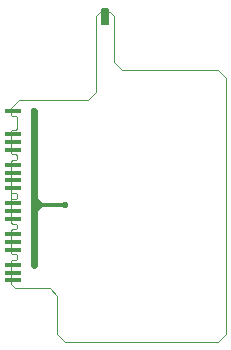
<source format=gbl>
G04 EAGLE Gerber X2 export*
G75*
%MOMM*%
%FSLAX34Y34*%
%LPD*%
%AMOC8*
5,1,8,0,0,1.08239X$1,22.5*%
G01*
%ADD10C,0.000000*%
%ADD11R,1.350000X0.450000*%
%ADD12R,0.450000X1.350000*%
%ADD13C,0.400000*%
%ADD14C,0.450000*%
%ADD15C,0.550000*%
%ADD16C,0.609600*%
%ADD17C,0.304800*%
%ADD18C,0.750000*%
%ADD19C,0.152400*%


D10*
X0Y-36000D02*
X3000Y-39000D01*
X32500Y-39000D01*
X39000Y-45500D01*
X39000Y-78000D01*
X45500Y-84500D01*
X175500Y-84500D01*
X182000Y-78000D01*
X182000Y139000D01*
X175500Y145500D01*
X93500Y145500D01*
X87000Y152000D01*
X87000Y191500D01*
X84000Y194500D01*
X75000Y194500D01*
X72000Y191500D01*
X72000Y127000D01*
X65500Y120500D01*
X7000Y120500D01*
X0Y113500D01*
X0Y107500D01*
X0Y94000D02*
X0Y75000D01*
X1000Y74000D01*
X4000Y74000D01*
X5000Y73000D01*
X5000Y70000D02*
X4000Y69000D01*
X1000Y69000D01*
X0Y68000D01*
X5000Y70000D02*
X5000Y73000D01*
X0Y68000D02*
X0Y42500D01*
X1000Y41500D01*
X4000Y41500D01*
X5000Y40500D01*
X5000Y37500D02*
X4000Y36500D01*
X1000Y36500D01*
X0Y35500D01*
X5000Y37500D02*
X5000Y40500D01*
X0Y42000D02*
X0Y35500D01*
X0Y16500D02*
X1000Y15500D01*
X4000Y15500D01*
X5000Y14500D01*
X5000Y11500D02*
X4000Y10500D01*
X1000Y10500D01*
X0Y9500D01*
X5000Y11500D02*
X5000Y14500D01*
X0Y-16500D02*
X0Y-36000D01*
X0Y-9500D02*
X0Y9500D01*
X0Y16500D02*
X0Y35500D01*
X0Y-9500D02*
X1000Y-10500D01*
X4000Y-10500D02*
X5000Y-11500D01*
X4000Y-10500D02*
X1000Y-10500D01*
X5000Y-11500D02*
X5000Y-14500D01*
X4000Y-15500D01*
X1000Y-15500D01*
X0Y-16500D01*
X1000Y106500D02*
X0Y107500D01*
X1000Y106500D02*
X4000Y106500D01*
X5000Y105500D01*
X5000Y96000D01*
X4000Y95000D01*
X1000Y95000D01*
X0Y94000D01*
D11*
X2000Y91000D03*
X2000Y84500D03*
X2000Y78000D03*
X2000Y65000D03*
X2000Y58500D03*
X2000Y52000D03*
X2000Y45500D03*
X2000Y32500D03*
X2000Y26000D03*
X2000Y19500D03*
X2000Y6500D03*
X2000Y0D03*
D12*
X78000Y190000D03*
X81000Y190000D03*
D11*
X2000Y-6500D03*
X2000Y-19500D03*
X2000Y-26000D03*
X2000Y-32500D03*
X2000Y110500D03*
D13*
X6500Y0D03*
X6500Y65000D03*
X6500Y32500D03*
X6500Y6500D03*
X6500Y-19500D03*
D14*
X0Y-19500D03*
D15*
X19500Y-19500D03*
D16*
X19500Y24500D01*
D15*
X19500Y65000D03*
X19500Y32500D03*
X19500Y6500D03*
D16*
X19500Y24500D02*
X19500Y31000D01*
X19500Y37500D01*
X19500Y65000D01*
D14*
X0Y110500D03*
D13*
X6500Y110500D03*
D15*
X19500Y110500D03*
D16*
X19500Y65000D01*
D14*
X0Y65000D03*
X0Y32500D03*
X0Y6500D03*
D15*
X45500Y31000D03*
D17*
X26000Y31000D01*
X19500Y31000D01*
X26000Y31000D02*
X19500Y37500D01*
X26000Y31000D02*
X19500Y24500D01*
D13*
X6500Y19500D03*
X6500Y26000D03*
X6500Y45500D03*
X6500Y52000D03*
X6500Y58500D03*
X6500Y84500D03*
X6500Y78000D03*
X6500Y91000D03*
D18*
X79500Y194500D03*
D15*
X79500Y186000D03*
D19*
X78000Y187500D02*
X78000Y190000D01*
X78000Y187500D02*
X79500Y186000D01*
D14*
X0Y0D03*
X0Y19500D03*
X0Y26000D03*
X0Y45500D03*
X0Y52000D03*
X0Y58500D03*
X0Y84500D03*
X0Y78000D03*
X0Y91000D03*
D13*
X6500Y-6500D03*
D14*
X0Y-6500D03*
D13*
X6500Y-32500D03*
D14*
X0Y-32500D03*
X0Y-26000D03*
D13*
X6500Y-26000D03*
M02*

</source>
